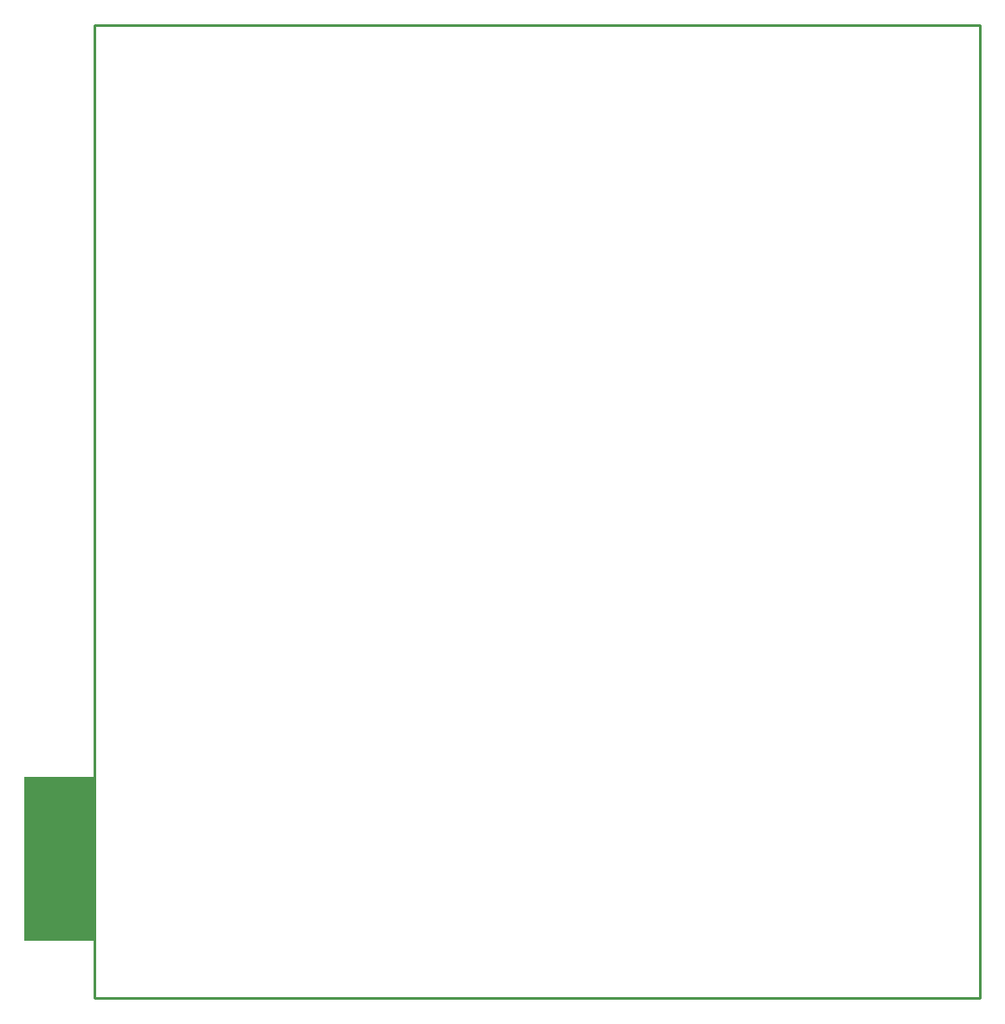
<source format=gko>
G04*
G04 #@! TF.GenerationSoftware,Altium Limited,Altium Designer,22.7.1 (60)*
G04*
G04 Layer_Color=16711935*
%FSLAX24Y24*%
%MOIN*%
G70*
G04*
G04 #@! TF.SameCoordinates,CA99F4AA-E310-4CAD-8695-46E652682A35*
G04*
G04*
G04 #@! TF.FilePolarity,Positive*
G04*
G01*
G75*
%ADD15C,0.0100*%
G36*
X24000Y15057D02*
X21248D01*
Y21360D01*
X24000D01*
Y15057D01*
D02*
G37*
D15*
X23950Y12848D02*
Y50250D01*
Y12848D02*
X58040D01*
X23950Y50250D02*
X58040D01*
X58040Y12848D02*
X58040Y50250D01*
M02*

</source>
